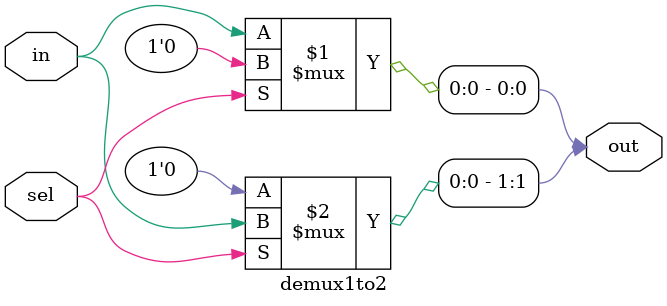
<source format=v>
module demux1to2(
    input in,
    input sel,
    output [1:0] out
);
    assign out[0] = sel ? 1'b0 : in;
    assign out[1] = sel ? in : 1'b0;
endmodule


</source>
